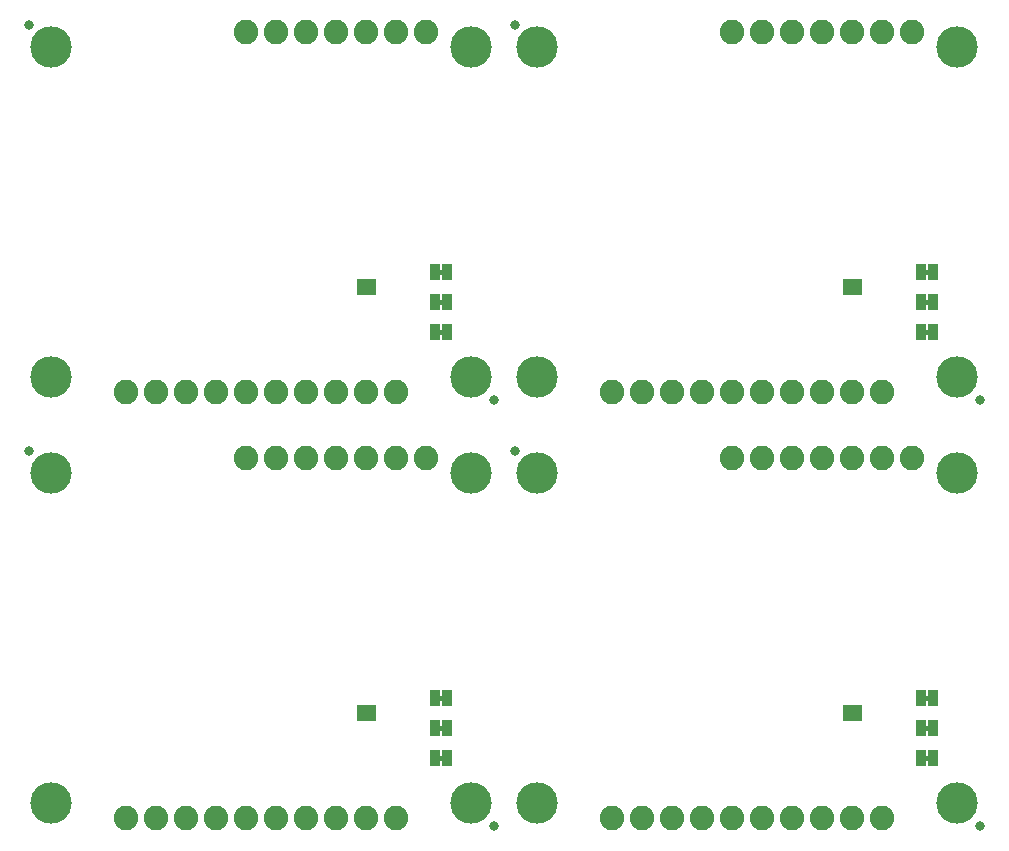
<source format=gbs>
G75*
%MOIN*%
%OFA0B0*%
%FSLAX25Y25*%
%IPPOS*%
%LPD*%
%AMOC8*
5,1,8,0,0,1.08239X$1,22.5*
%
%ADD10C,0.13800*%
%ADD11C,0.08200*%
%ADD12R,0.03300X0.05800*%
%ADD13C,0.00500*%
%ADD14C,0.03300*%
D10*
X0053342Y0048750D03*
X0053342Y0158750D03*
X0053342Y0190750D03*
X0053342Y0300750D03*
X0193342Y0300750D03*
X0215342Y0300750D03*
X0215342Y0190750D03*
X0193342Y0190750D03*
X0193342Y0158750D03*
X0215342Y0158750D03*
X0215342Y0048750D03*
X0193342Y0048750D03*
X0355342Y0048750D03*
X0355342Y0158750D03*
X0355342Y0190750D03*
X0355342Y0300750D03*
D11*
X0340342Y0305750D03*
X0330342Y0305750D03*
X0320342Y0305750D03*
X0310342Y0305750D03*
X0300342Y0305750D03*
X0290342Y0305750D03*
X0280342Y0305750D03*
X0178342Y0305750D03*
X0168342Y0305750D03*
X0158342Y0305750D03*
X0148342Y0305750D03*
X0138342Y0305750D03*
X0128342Y0305750D03*
X0118342Y0305750D03*
X0118342Y0185750D03*
X0128342Y0185750D03*
X0138342Y0185750D03*
X0148342Y0185750D03*
X0158342Y0185750D03*
X0168342Y0185750D03*
X0168342Y0163750D03*
X0158342Y0163750D03*
X0148342Y0163750D03*
X0138342Y0163750D03*
X0128342Y0163750D03*
X0118342Y0163750D03*
X0108342Y0185750D03*
X0098342Y0185750D03*
X0088342Y0185750D03*
X0078342Y0185750D03*
X0178342Y0163750D03*
X0240342Y0185750D03*
X0250342Y0185750D03*
X0260342Y0185750D03*
X0270342Y0185750D03*
X0280342Y0185750D03*
X0290342Y0185750D03*
X0300342Y0185750D03*
X0310342Y0185750D03*
X0320342Y0185750D03*
X0330342Y0185750D03*
X0330342Y0163750D03*
X0320342Y0163750D03*
X0310342Y0163750D03*
X0300342Y0163750D03*
X0290342Y0163750D03*
X0280342Y0163750D03*
X0340342Y0163750D03*
X0330342Y0043750D03*
X0320342Y0043750D03*
X0310342Y0043750D03*
X0300342Y0043750D03*
X0290342Y0043750D03*
X0280342Y0043750D03*
X0270342Y0043750D03*
X0260342Y0043750D03*
X0250342Y0043750D03*
X0240342Y0043750D03*
X0168342Y0043750D03*
X0158342Y0043750D03*
X0148342Y0043750D03*
X0138342Y0043750D03*
X0128342Y0043750D03*
X0118342Y0043750D03*
X0108342Y0043750D03*
X0098342Y0043750D03*
X0088342Y0043750D03*
X0078342Y0043750D03*
D12*
X0156742Y0078750D03*
X0159942Y0078750D03*
X0181342Y0073750D03*
X0185342Y0073750D03*
X0185342Y0063750D03*
X0181342Y0063750D03*
X0181342Y0083750D03*
X0185342Y0083750D03*
X0185342Y0205750D03*
X0181342Y0205750D03*
X0181342Y0215750D03*
X0185342Y0215750D03*
X0185342Y0225750D03*
X0181342Y0225750D03*
X0159942Y0220750D03*
X0156742Y0220750D03*
X0318742Y0220750D03*
X0321942Y0220750D03*
X0343342Y0215750D03*
X0347342Y0215750D03*
X0347342Y0225750D03*
X0343342Y0225750D03*
X0343342Y0205750D03*
X0347342Y0205750D03*
X0347342Y0083750D03*
X0343342Y0083750D03*
X0343342Y0073750D03*
X0347342Y0073750D03*
X0347342Y0063750D03*
X0343342Y0063750D03*
X0321942Y0078750D03*
X0318742Y0078750D03*
D13*
X0344592Y0074250D02*
X0344592Y0073250D01*
X0346092Y0073250D01*
X0346092Y0074250D01*
X0344592Y0074250D01*
X0344592Y0074144D02*
X0346092Y0074144D01*
X0346092Y0073646D02*
X0344592Y0073646D01*
X0344592Y0064250D02*
X0344592Y0063250D01*
X0346092Y0063250D01*
X0346092Y0064250D01*
X0344592Y0064250D01*
X0344592Y0064174D02*
X0346092Y0064174D01*
X0346092Y0063676D02*
X0344592Y0063676D01*
X0344592Y0083250D02*
X0346092Y0083250D01*
X0346092Y0084250D01*
X0344592Y0084250D01*
X0344592Y0083250D01*
X0344592Y0083616D02*
X0346092Y0083616D01*
X0346092Y0084115D02*
X0344592Y0084115D01*
X0344592Y0205250D02*
X0346092Y0205250D01*
X0346092Y0206250D01*
X0344592Y0206250D01*
X0344592Y0205250D01*
X0344592Y0205253D02*
X0346092Y0205253D01*
X0346092Y0205751D02*
X0344592Y0205751D01*
X0344592Y0206250D02*
X0346092Y0206250D01*
X0346092Y0215250D02*
X0346092Y0216250D01*
X0344592Y0216250D01*
X0344592Y0215250D01*
X0346092Y0215250D01*
X0346092Y0215722D02*
X0344592Y0215722D01*
X0344592Y0216220D02*
X0346092Y0216220D01*
X0346092Y0225250D02*
X0346092Y0226250D01*
X0344592Y0226250D01*
X0344592Y0225250D01*
X0346092Y0225250D01*
X0346092Y0225692D02*
X0344592Y0225692D01*
X0344592Y0226190D02*
X0346092Y0226190D01*
X0184092Y0226250D02*
X0184092Y0225250D01*
X0182592Y0225250D01*
X0182592Y0226250D01*
X0184092Y0226250D01*
X0184092Y0226190D02*
X0182592Y0226190D01*
X0182592Y0225692D02*
X0184092Y0225692D01*
X0184092Y0216250D02*
X0184092Y0215250D01*
X0182592Y0215250D01*
X0182592Y0216250D01*
X0184092Y0216250D01*
X0184092Y0216220D02*
X0182592Y0216220D01*
X0182592Y0215722D02*
X0184092Y0215722D01*
X0184092Y0206250D02*
X0184092Y0205250D01*
X0182592Y0205250D01*
X0182592Y0206250D01*
X0184092Y0206250D01*
X0182592Y0206250D01*
X0182592Y0205751D02*
X0184092Y0205751D01*
X0184092Y0205253D02*
X0182592Y0205253D01*
X0182592Y0084250D02*
X0182592Y0083250D01*
X0184092Y0083250D01*
X0184092Y0084250D01*
X0182592Y0084250D01*
X0182592Y0084115D02*
X0184092Y0084115D01*
X0184092Y0083616D02*
X0182592Y0083616D01*
X0182592Y0074250D02*
X0182592Y0073250D01*
X0184092Y0073250D01*
X0184092Y0074250D01*
X0182592Y0074250D01*
X0182592Y0074144D02*
X0184092Y0074144D01*
X0184092Y0073646D02*
X0182592Y0073646D01*
X0182592Y0064250D02*
X0182592Y0063250D01*
X0184092Y0063250D01*
X0184092Y0064250D01*
X0182592Y0064250D01*
X0182592Y0064174D02*
X0184092Y0064174D01*
X0184092Y0063676D02*
X0182592Y0063676D01*
D14*
X0200842Y0041250D03*
X0207842Y0166250D03*
X0200842Y0183250D03*
X0207842Y0308250D03*
X0362842Y0183250D03*
X0362842Y0041250D03*
X0045842Y0166250D03*
X0045842Y0308250D03*
M02*

</source>
